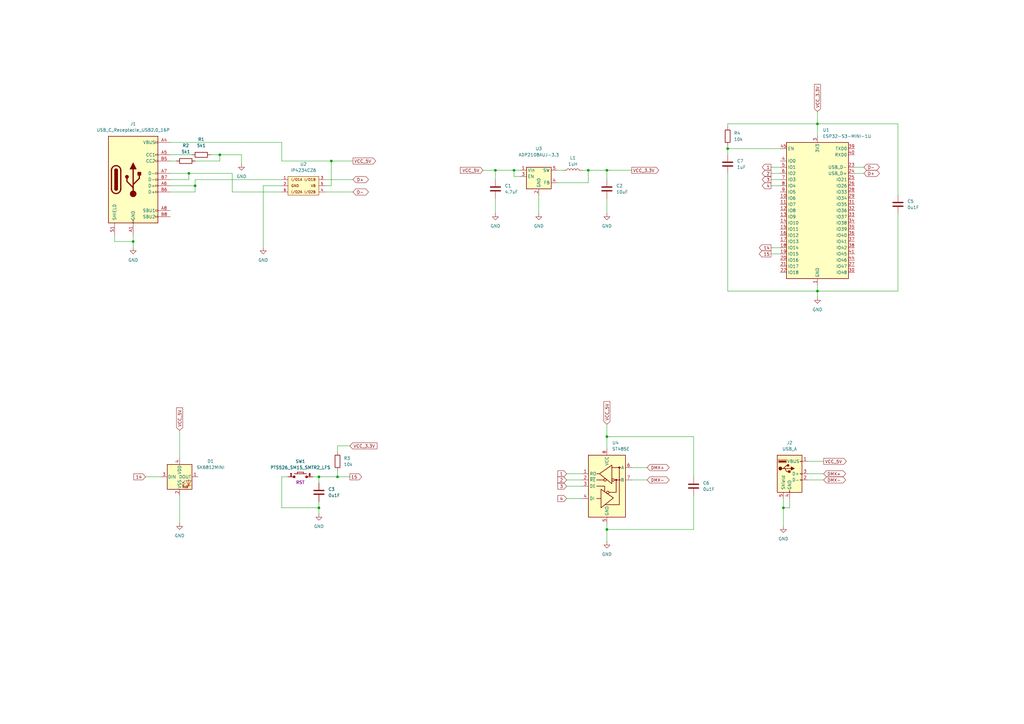
<source format=kicad_sch>
(kicad_sch (version 20250114) (generator "eeschema") (generator_version "9.0")
  (paper "A3")
  (title_block (title "TRANCE Devboard"))
  (lib_symbols
    (symbol "Connector:USB_A" (pin_names (offset 1.016))
      (property "Reference" "J" (at -5.08 11.43 0))
      (property "Value" "USB_A" (at -5.08 8.89 0))
      (symbol "USB_A_0_1"
        (rectangle (start -5.08 -7.62) (end 5.08 7.62) (stroke (width 0.254)) (fill (type background)))
        (circle (center -3.81 2.159) (radius 0.635) (stroke (width 0.254)) (fill (type outline)))
        (polyline (pts (xy -3.175 2.159) (xy -2.54 2.159) (xy -1.27 3.429) (xy -0.635 3.429)) (stroke (width 0.254)))
        (polyline (pts (xy -2.54 2.159) (xy -1.905 2.159) (xy -1.27 0.889) (xy 0 0.889)) (stroke (width 0.254)))
        (rectangle (start -1.524 4.826) (end -4.318 5.334) (fill (type outline)))
        (rectangle (start -1.27 4.572) (end -4.572 5.842))
        (circle (center -0.635 3.429) (radius 0.381) (stroke (width 0.254)) (fill (type outline)))
        (rectangle (start -0.127 -7.62) (end 0.127 -6.858))
        (rectangle (start 0.254 1.27) (end -0.508 0.508) (stroke (width 0.254)) (fill (type outline)))
        (polyline (pts (xy 0.635 2.794) (xy 0.635 1.524) (xy 1.905 2.159) (xy 0.635 2.794)) (stroke (width 0.254)) (fill (type outline)))
        (rectangle (start 5.08 4.953) (end 4.318 5.207))
        (rectangle (start 5.08 -0.127) (end 4.318 0.127))
        (rectangle (start 5.08 -2.667) (end 4.318 -2.413))
      )
      (symbol "USB_A_1_1"
        (polyline (pts (xy -1.905 2.159) (xy 0.635 2.159)) (stroke (width 0.254)))
        (pin passive line (at -2.54 -10.16 90) (length 2.54) (name "Shield") (number "5"))
        (pin power_in line (at 0 -10.16 90) (length 2.54) (name "GND") (number "4"))
        (pin power_in line (at 7.62 5.08 180) (length 2.54) (name "VBUS") (number "1"))
        (pin bidirectional line (at 7.62 0 180) (length 2.54) (name "D+") (number "3"))
        (pin bidirectional line (at 7.62 -2.54 180) (length 2.54) (name "D-") (number "2"))
      )
    )
    (symbol "Connector:USB_C_Receptacle_USB2.0_16P" (pin_names (offset 1.016))
      (property "Reference" "J" (at 0 22.225 0))
      (property "Value" "USB_C_Receptacle_USB2.0_16P" (at 0 19.685 0))
      (symbol "USB_C_Receptacle_USB2.0_16P_0_0"
        (rectangle (start -0.254 -17.78) (end 0.254 -16.764))
        (rectangle (start 10.16 15.494) (end 9.144 14.986))
        (rectangle (start 10.16 10.414) (end 9.144 9.906))
        (rectangle (start 10.16 7.874) (end 9.144 7.366))
        (rectangle (start 10.16 2.794) (end 9.144 2.286))
        (rectangle (start 10.16 0.254) (end 9.144 -0.254))
        (rectangle (start 10.16 -2.286) (end 9.144 -2.794))
        (rectangle (start 10.16 -4.826) (end 9.144 -5.334))
        (rectangle (start 10.16 -12.446) (end 9.144 -12.954))
        (rectangle (start 10.16 -14.986) (end 9.144 -15.494))
      )
      (symbol "USB_C_Receptacle_USB2.0_16P_0_1"
        (rectangle (start -10.16 17.78) (end 10.16 -17.78) (stroke (width 0.254)) (fill (type background)))
        (polyline (pts (xy -8.89 -3.81) (xy -8.89 3.81)) (stroke (width 0.508)))
        (rectangle (start -7.62 -3.81) (end -6.35 3.81) (stroke (width 0.254)) (fill (type outline)))
        (arc (start -7.62 3.81) (mid -6.985 4.4423) (end -6.35 3.81) (stroke (width 0.254)))
        (arc (start -7.62 3.81) (mid -6.985 4.4423) (end -6.35 3.81) (stroke (width 0.254)) (fill (type outline)))
        (arc (start -8.89 3.81) (mid -6.985 5.7067) (end -5.08 3.81) (stroke (width 0.508)))
        (arc (start -5.08 -3.81) (mid -6.985 -5.7067) (end -8.89 -3.81) (stroke (width 0.508)))
        (arc (start -6.35 -3.81) (mid -6.985 -4.4423) (end -7.62 -3.81) (stroke (width 0.254)))
        (arc (start -6.35 -3.81) (mid -6.985 -4.4423) (end -7.62 -3.81) (stroke (width 0.254)) (fill (type outline)))
        (polyline (pts (xy -5.08 3.81) (xy -5.08 -3.81)) (stroke (width 0.508)))
        (circle (center -2.54 1.143) (radius 0.635) (stroke (width 0.254)) (fill (type outline)))
        (polyline (pts (xy -1.27 4.318) (xy 0 6.858) (xy 1.27 4.318) (xy -1.27 4.318)) (stroke (width 0.254)) (fill (type outline)))
        (polyline (pts (xy 0 -2.032) (xy 2.54 0.508) (xy 2.54 1.778)) (stroke (width 0.508)))
        (polyline (pts (xy 0 -3.302) (xy -2.54 -0.762) (xy -2.54 0.508)) (stroke (width 0.508)))
        (polyline (pts (xy 0 -5.842) (xy 0 4.318)) (stroke (width 0.508)))
        (circle (center 0 -5.842) (radius 1.27) (fill (type outline)))
        (rectangle (start 1.905 1.778) (end 3.175 3.048) (stroke (width 0.254)) (fill (type outline)))
      )
      (symbol "USB_C_Receptacle_USB2.0_16P_1_1"
        (pin passive line (at -7.62 -22.86 90) (length 5.08) (name "SHIELD") (number "S1"))
        (pin passive line (at 0 -22.86 90) (length 5.08) (name "GND") (number "A1"))
        (pin passive line (at 0 -22.86 90) (length 5.08) (hide yes) (name "GND") (number "A12"))
        (pin passive line (at 0 -22.86 90) (length 5.08) (hide yes) (name "GND") (number "B1"))
        (pin passive line (at 0 -22.86 90) (length 5.08) (hide yes) (name "GND") (number "B12"))
        (pin passive line (at 15.24 15.24 180) (length 5.08) (name "VBUS") (number "A4"))
        (pin passive line (at 15.24 15.24 180) (length 5.08) (hide yes) (name "VBUS") (number "A9"))
        (pin passive line (at 15.24 15.24 180) (length 5.08) (hide yes) (name "VBUS") (number "B4"))
        (pin passive line (at 15.24 15.24 180) (length 5.08) (hide yes) (name "VBUS") (number "B9"))
        (pin bidirectional line (at 15.24 10.16 180) (length 5.08) (name "CC1") (number "A5"))
        (pin bidirectional line (at 15.24 7.62 180) (length 5.08) (name "CC2") (number "B5"))
        (pin bidirectional line (at 15.24 2.54 180) (length 5.08) (name "D-") (number "A7"))
        (pin bidirectional line (at 15.24 0 180) (length 5.08) (name "D-") (number "B7"))
        (pin bidirectional line (at 15.24 -2.54 180) (length 5.08) (name "D+") (number "A6"))
        (pin bidirectional line (at 15.24 -5.08 180) (length 5.08) (name "D+") (number "B6"))
        (pin bidirectional line (at 15.24 -12.7 180) (length 5.08) (name "SBU1") (number "A8"))
        (pin bidirectional line (at 15.24 -15.24 180) (length 5.08) (name "SBU2") (number "B8"))
      )
    )
    (symbol "Device:C" (pin_numbers (hide yes)) (pin_names (offset 0.254))
      (property "Reference" "C" (at 0.635 2.54 0))
      (property "Value" "C" (at 0.635 -2.54 0))
      (symbol "C_0_1"
        (polyline (pts (xy -2.032 0.762) (xy 2.032 0.762)) (stroke (width 0.508)))
        (polyline (pts (xy -2.032 -0.762) (xy 2.032 -0.762)) (stroke (width 0.508)))
      )
      (symbol "C_1_1"
        (pin passive line (at 0 3.81 270) (length 2.794) (name "~") (number "1"))
        (pin passive line (at 0 -3.81 90) (length 2.794) (name "~") (number "2"))
      )
    )
    (symbol "Device:L" (pin_numbers (hide yes)) (pin_names (offset 1.016) (hide yes))
      (property "Reference" "L" (at -1.27 0 90))
      (property "Value" "L" (at 1.905 0 90))
      (symbol "L_0_1"
        (arc (start 0 2.54) (mid 0.6323 1.905) (end 0 1.27))
        (arc (start 0 1.27) (mid 0.6323 0.635) (end 0 0))
        (arc (start 0 0) (mid 0.6323 -0.635) (end 0 -1.27))
        (arc (start 0 -1.27) (mid 0.6323 -1.905) (end 0 -2.54))
      )
      (symbol "L_1_1"
        (pin passive line (at 0 3.81 270) (length 1.27) (name "1") (number "1"))
        (pin passive line (at 0 -3.81 90) (length 1.27) (name "2") (number "2"))
      )
    )
    (symbol "Device:R" (pin_numbers (hide yes)) (pin_names (offset 0))
      (property "Reference" "R" (at 2.032 0 90))
      (property "Value" "R" (at 0 0 90))
      (symbol "R_0_1"
        (rectangle (start -1.016 -2.54) (end 1.016 2.54) (stroke (width 0.254)))
      )
      (symbol "R_1_1"
        (pin passive line (at 0 3.81 270) (length 1.27) (name "~") (number "1"))
        (pin passive line (at 0 -3.81 90) (length 1.27) (name "~") (number "2"))
      )
    )
    (symbol "IP4234CZ6:IP4234CZ6" (pin_names (offset 1.016))
      (property "Reference" "U" (at 0 5.08 0))
      (property "Value" "IP4234CZ6" (at 0 2.54 0))
      (symbol "IP4234CZ6_0_0"
        (rectangle (start 0 -6.35) (end 12.7 1.27) (stroke (width 0.1524)) (fill (type background)))
        (text "I/O1A" (at 1.27 0 0) (effects (font (size 1.016 1.016)) (justify left)))
        (text "GND" (at 1.27 -2.54 0) (effects (font (size 1.016 1.016)) (justify left)))
        (text "I/O2A" (at 1.27 -5.08 0) (effects (font (size 1.016 1.016)) (justify left)))
        (text "I/O1B" (at 11.43 0 0) (effects (font (size 1.016 1.016)) (justify right)))
        (text "VB" (at 11.43 -2.54 0) (effects (font (size 1.016 1.016)) (justify right)))
        (text "I/O2B" (at 11.43 -5.08 0) (effects (font (size 1.016 1.016)) (justify right)))
        (pin bidirectional line (at -2.54 0 0) (length 2.54) (name "~") (number "1"))
        (pin bidirectional line (at -2.54 -2.54 0) (length 2.54) (name "~") (number "2"))
        (pin bidirectional line (at -2.54 -5.08 0) (length 2.54) (name "~") (number "6"))
        (pin bidirectional line (at 15.24 0 180) (length 2.54) (name "~") (number "3"))
        (pin bidirectional line (at 15.24 -2.54 180) (length 2.54) (name "~") (number "5"))
        (pin bidirectional line (at 15.24 -5.08 180) (length 2.54) (name "~") (number "4"))
      )
    )
    (symbol "Interface_UART:ST485E"
      (property "Reference" "U" (at -6.985 13.97 0))
      (property "Value" "ST485E" (at 2.54 13.97 0))
      (symbol "ST485E_0_1"
        (rectangle (start -7.62 12.7) (end 7.62 -12.7) (stroke (width 0.254)) (fill (type background)))
        (polyline (pts (xy -4.191 2.54) (xy -1.27 2.54)) (stroke (width 0.254)))
        (polyline (pts (xy -4.191 0) (xy -0.889 0) (xy -0.889 -2.286)) (stroke (width 0.254)))
        (polyline (pts (xy -3.175 5.08) (xy -4.191 5.08) (xy -4.064 5.08)) (stroke (width 0.254)))
        (polyline (pts (xy -2.54 -5.08) (xy -4.191 -5.08)) (stroke (width 0.254)))
        (polyline (pts (xy -2.413 -5.08) (xy -2.413 -1.27) (xy 2.667 -4.826) (xy -2.413 -8.89) (xy -2.413 -5.08)) (stroke (width 0.254)))
        (polyline (pts (xy -0.635 -7.62) (xy 5.08 -7.62)) (stroke (width 0.254)))
        (circle (center 0.381 -2.54) (radius 0.508) (stroke (width 0.254)))
        (polyline (pts (xy 0.889 -2.54) (xy 3.81 -2.54)) (stroke (width 0.254)))
        (polyline (pts (xy 2.032 7.62) (xy 5.715 7.62)) (stroke (width 0.254)))
        (polyline (pts (xy 3.048 2.54) (xy 5.715 2.54)) (stroke (width 0.254)))
        (circle (center 3.81 2.54) (radius 0.2794) (stroke (width 0.254)) (fill (type outline)))
        (polyline (pts (xy 3.81 -2.54) (xy 3.81 2.54)) (stroke (width 0.254)))
        (polyline (pts (xy 5.08 -7.62) (xy 5.08 7.62)) (stroke (width 0.254)))
      )
      (symbol "ST485E_1_1"
        (circle (center -0.762 2.54) (radius 0.508) (stroke (width 0.254)))
        (polyline (pts (xy 2.032 4.826) (xy 2.032 8.636) (xy -3.048 5.08) (xy 2.032 1.016) (xy 2.032 4.826)) (stroke (width 0.254)))
        (circle (center 2.54 2.54) (radius 0.508) (stroke (width 0.254)))
        (circle (center 5.08 7.62) (radius 0.2794) (stroke (width 0.254)) (fill (type outline)))
        (pin output line (at -10.16 5.08 0) (length 2.54) (name "RO") (number "1"))
        (pin input line (at -10.16 2.54 0) (length 2.54) (name "~{RE}") (number "2"))
        (pin input line (at -10.16 0 0) (length 2.54) (name "DE") (number "3"))
        (pin input line (at -10.16 -5.08 0) (length 2.54) (name "DI") (number "4"))
        (pin power_in line (at 0 15.24 270) (length 2.54) (name "VCC") (number "8"))
        (pin power_in line (at 0 -15.24 90) (length 2.54) (name "GND") (number "5"))
        (pin bidirectional line (at 10.16 7.62 180) (length 2.54) (name "A") (number "6"))
        (pin bidirectional line (at 10.16 2.54 180) (length 2.54) (name "B") (number "7"))
      )
    )
    (symbol "LED:SK6812MINI" (pin_names (offset 0.254))
      (property "Reference" "D" (at 5.08 5.715 0))
      (property "Value" "SK6812MINI" (at 1.27 -5.715 0))
      (symbol "SK6812MINI_0_0"
        (text "RGB" (at 2.286 -4.191 0) (effects (font (size 0.762 0.762))))
      )
      (symbol "SK6812MINI_0_1"
        (polyline (pts (xy 1.27 -2.54) (xy 1.778 -2.54)))
        (polyline (pts (xy 1.27 -3.556) (xy 1.778 -3.556)))
        (polyline (pts (xy 2.286 -1.524) (xy 1.27 -2.54) (xy 1.27 -2.032)))
        (polyline (pts (xy 2.286 -2.54) (xy 1.27 -3.556) (xy 1.27 -3.048)))
        (polyline (pts (xy 3.683 -1.016) (xy 3.683 -3.556) (xy 3.683 -4.064)))
        (polyline (pts (xy 4.699 -1.524) (xy 2.667 -1.524) (xy 3.683 -3.556) (xy 4.699 -1.524)))
        (polyline (pts (xy 4.699 -3.556) (xy 2.667 -3.556)))
        (rectangle (start 5.08 5.08) (end -5.08 -5.08) (stroke (width 0.254)) (fill (type background)))
      )
      (symbol "SK6812MINI_1_1"
        (pin input line (at -7.62 0 0) (length 2.54) (name "DIN") (number "3"))
        (pin power_in line (at 0 7.62 270) (length 2.54) (name "VDD") (number "4"))
        (pin power_in line (at 0 -7.62 90) (length 2.54) (name "VSS") (number "2"))
        (pin output line (at 7.62 0 180) (length 2.54) (name "DOUT") (number "1"))
      )
    )
    (symbol "PTS526_SM15_SMTR2_LFS:PTS526_SM15_SMTR2_LFS" (pin_names (offset 1.016))
      (property "Reference" "SW" (at -2.54 2.54 0))
      (property "Value" "PTS526_SM15_SMTR2_LFS" (at -2.54 -2.54 0))
      (symbol "PTS526_SM15_SMTR2_LFS_0_0"
        (polyline (pts (xy -2.54 1.27) (xy -1.27 1.27)) (stroke (width 0.254)))
        (circle (center -2.54 0) (radius 0.127) (stroke (width 0.4064)))
        (polyline (pts (xy -1.27 1.905) (xy -1.27 1.27)) (stroke (width 0.254)))
        (polyline (pts (xy -1.27 1.905) (xy 1.27 1.905)) (stroke (width 0.254)))
        (polyline (pts (xy -1.27 1.27) (xy 1.27 1.27)) (stroke (width 0.254)))
        (polyline (pts (xy 1.27 1.905) (xy 1.27 1.27)) (stroke (width 0.254)))
        (polyline (pts (xy 1.27 1.27) (xy 2.54 1.27)) (stroke (width 0.254)))
        (circle (center 2.54 0) (radius 0.127) (stroke (width 0.4064)))
        (pin passive line (at -5.08 0 0) (length 2.54) (name "~") (number "1"))
        (pin passive line (at -5.08 0 0) (length 2.54) (name "~") (number "2"))
        (pin passive line (at 5.08 0 180) (length 2.54) (name "~") (number "3"))
        (pin passive line (at 5.08 0 180) (length 2.54) (name "~") (number "4"))
      )
    )
    (symbol "RF_Module:ESP32-S3-MINI-1U"
      (property "Reference" "U" (at -11.43 29.21 0))
      (property "Value" "ESP32-S3-MINI-1U" (at 12.7 29.21 0))
      (symbol "ESP32-S3-MINI-1U_0_1"
        (rectangle (start -12.7 27.94) (end 12.7 -27.94) (stroke (width 0.254)) (fill (type background)))
      )
      (symbol "ESP32-S3-MINI-1U_1_1"
        (pin input line (at -15.24 25.4 0) (length 2.54) (name "EN") (number "45"))
        (pin bidirectional line (at -15.24 20.32 0) (length 2.54) (name "IO0") (number "4"))
        (pin bidirectional line (at -15.24 17.78 0) (length 2.54) (name "IO1") (number "5"))
        (pin bidirectional line (at -15.24 15.24 0) (length 2.54) (name "IO2") (number "6"))
        (pin bidirectional line (at -15.24 12.7 0) (length 2.54) (name "IO3") (number "7"))
        (pin bidirectional line (at -15.24 10.16 0) (length 2.54) (name "IO4") (number "8"))
        (pin bidirectional line (at -15.24 7.62 0) (length 2.54) (name "IO5") (number "9"))
        (pin bidirectional line (at -15.24 5.08 0) (length 2.54) (name "IO6") (number "10"))
        (pin bidirectional line (at -15.24 2.54 0) (length 2.54) (name "IO7") (number "11"))
        (pin bidirectional line (at -15.24 0 0) (length 2.54) (name "IO8") (number "12"))
        (pin bidirectional line (at -15.24 -2.54 0) (length 2.54) (name "IO9") (number "13"))
        (pin bidirectional line (at -15.24 -5.08 0) (length 2.54) (name "IO10") (number "14"))
        (pin bidirectional line (at -15.24 -7.62 0) (length 2.54) (name "IO11") (number "15"))
        (pin bidirectional line (at -15.24 -10.16 0) (length 2.54) (name "IO12") (number "16"))
        (pin bidirectional line (at -15.24 -12.7 0) (length 2.54) (name "IO13") (number "17"))
        (pin bidirectional line (at -15.24 -15.24 0) (length 2.54) (name "IO14") (number "18"))
        (pin bidirectional line (at -15.24 -17.78 0) (length 2.54) (name "IO15") (number "19"))
        (pin bidirectional line (at -15.24 -20.32 0) (length 2.54) (name "IO16") (number "20"))
        (pin bidirectional line (at -15.24 -22.86 0) (length 2.54) (name "IO17") (number "21"))
        (pin bidirectional line (at -15.24 -25.4 0) (length 2.54) (name "IO18") (number "22"))
        (pin power_in line (at 0 30.48 270) (length 2.54) (name "3V3") (number "3"))
        (pin power_in line (at 0 -30.48 90) (length 2.54) (name "GND") (number "1"))
        (pin passive line (at 0 -30.48 90) (length 2.54) (hide yes) (name "GND") (number "2"))
        (pin passive line (at 0 -30.48 90) (length 2.54) (hide yes) (name "GND") (number "42"))
        (pin passive line (at 0 -30.48 90) (length 2.54) (hide yes) (name "GND") (number "43"))
        (pin passive line (at 0 -30.48 90) (length 2.54) (hide yes) (name "GND") (number "46"))
        (pin passive line (at 0 -30.48 90) (length 2.54) (hide yes) (name "GND") (number "47"))
        (pin passive line (at 0 -30.48 90) (length 2.54) (hide yes) (name "GND") (number "48"))
        (pin passive line (at 0 -30.48 90) (length 2.54) (hide yes) (name "GND") (number "49"))
        (pin passive line (at 0 -30.48 90) (length 2.54) (hide yes) (name "GND") (number "50"))
        (pin passive line (at 0 -30.48 90) (length 2.54) (hide yes) (name "GND") (number "51"))
        (pin passive line (at 0 -30.48 90) (length 2.54) (hide yes) (name "GND") (number "52"))
        (pin passive line (at 0 -30.48 90) (length 2.54) (hide yes) (name "GND") (number "53"))
        (pin passive line (at 0 -30.48 90) (length 2.54) (hide yes) (name "GND") (number "54"))
        (pin passive line (at 0 -30.48 90) (length 2.54) (hide yes) (name "GND") (number "55"))
        (pin passive line (at 0 -30.48 90) (length 2.54) (hide yes) (name "GND") (number "56"))
        (pin passive line (at 0 -30.48 90) (length 2.54) (hide yes) (name "GND") (number "57"))
        (pin passive line (at 0 -30.48 90) (length 2.54) (hide yes) (name "GND") (number "58"))
        (pin passive line (at 0 -30.48 90) (length 2.54) (hide yes) (name "GND") (number "59"))
        (pin passive line (at 0 -30.48 90) (length 2.54) (hide yes) (name "GND") (number "60"))
        (pin passive line (at 0 -30.48 90) (length 2.54) (hide yes) (name "GND") (number "61"))
        (pin passive line (at 0 -30.48 90) (length 2.54) (hide yes) (name "GND") (number "62"))
        (pin passive line (at 0 -30.48 90) (length 2.54) (hide yes) (name "GND") (number "63"))
        (pin passive line (at 0 -30.48 90) (length 2.54) (hide yes) (name "GND") (number "64"))
        (pin passive line (at 0 -30.48 90) (length 2.54) (hide yes) (name "GND") (number "65"))
        (pin bidirectional line (at 15.24 25.4 180) (length 2.54) (name "TXD0") (number "39"))
        (pin bidirectional line (at 15.24 22.86 180) (length 2.54) (name "RXD0") (number "40"))
        (pin bidirectional line (at 15.24 17.78 180) (length 2.54) (name "USB_D-") (number "23"))
        (pin bidirectional line (at 15.24 15.24 180) (length 2.54) (name "USB_D+") (number "24"))
        (pin bidirectional line (at 15.24 12.7 180) (length 2.54) (name "IO21") (number "25"))
        (pin bidirectional line (at 15.24 10.16 180) (length 2.54) (name "IO26") (number "26"))
        (pin bidirectional line (at 15.24 7.62 180) (length 2.54) (name "IO33") (number "28"))
        (pin bidirectional line (at 15.24 5.08 180) (length 2.54) (name "IO34") (number "29"))
        (pin bidirectional line (at 15.24 2.54 180) (length 2.54) (name "IO35") (number "31"))
        (pin bidirectional line (at 15.24 0 180) (length 2.54) (name "IO36") (number "32"))
        (pin bidirectional line (at 15.24 -2.54 180) (length 2.54) (name "IO37") (number "33"))
        (pin bidirectional line (at 15.24 -5.08 180) (length 2.54) (name "IO38") (number "34"))
        (pin bidirectional line (at 15.24 -7.62 180) (length 2.54) (name "IO39") (number "35"))
        (pin bidirectional line (at 15.24 -10.16 180) (length 2.54) (name "IO40") (number "36"))
        (pin bidirectional line (at 15.24 -12.7 180) (length 2.54) (name "IO41") (number "37"))
        (pin bidirectional line (at 15.24 -15.24 180) (length 2.54) (name "IO42") (number "38"))
        (pin bidirectional line (at 15.24 -17.78 180) (length 2.54) (name "IO45") (number "41"))
        (pin bidirectional line (at 15.24 -20.32 180) (length 2.54) (name "IO46") (number "44"))
        (pin bidirectional line (at 15.24 -22.86 180) (length 2.54) (name "IO47") (number "27"))
        (pin bidirectional line (at 15.24 -25.4 180) (length 2.54) (name "IO48") (number "30"))
      )
    )
    (symbol "Regulator_Switching:ADP2108AUJ-3.3"
      (property "Reference" "U" (at -5.08 5.08 0))
      (property "Value" "ADP2108AUJ-3.3" (at 0 5.08 0))
      (symbol "ADP2108AUJ-3.3_0_1"
        (rectangle (start -5.08 3.81) (end 5.08 -5.08) (stroke (width 0.254)) (fill (type background)))
      )
      (symbol "ADP2108AUJ-3.3_1_1"
        (pin power_in line (at -7.62 2.54 0) (length 2.54) (name "Vin") (number "1"))
        (pin input line (at -7.62 0 0) (length 2.54) (name "EN") (number "3"))
        (pin power_in line (at 0 -7.62 90) (length 2.54) (name "GND") (number "2"))
        (pin input line (at 7.62 2.54 180) (length 2.54) (name "SW") (number "5"))
        (pin input line (at 7.62 -2.54 180) (length 2.54) (name "FB") (number "4"))
      )
    )
    (symbol "power:GND" (power) (pin_numbers (hide yes)) (pin_names (offset 0) (hide yes))
      (property "Value" "GND" (at 0 -3.81 0))
      (symbol "GND_0_1"
        (polyline (pts (xy 0 0) (xy 0 -1.27) (xy 1.27 -1.27) (xy 0 -2.54) (xy -1.27 -1.27) (xy 0 -1.27)))
      )
      (symbol "GND_1_1"
        (pin power_in line (at 0 0 270) (length 0) (name "~") (number "1"))
      )
    )
  )
  (junction (at 203.2 69.85))
  (junction (at 335.28 50.8))
  (junction (at 90.17 63.5))
  (junction (at 321.31 208.28))
  (junction (at 298.45 60.96))
  (junction (at 135.89 66.04))
  (junction (at 77.47 71.12))
  (junction (at 210.82 69.85))
  (junction (at 248.92 69.85))
  (junction (at 248.92 179.07))
  (junction (at 130.81 195.58))
  (junction (at 248.92 217.17))
  (junction (at 130.81 208.28))
  (junction (at 335.28 119.38))
  (junction (at 138.43 195.58))
  (junction (at 54.61 99.06))
  (junction (at 241.3 69.85))
  (junction (at 80.01 76.2))
  (wire (pts (xy 133.35 76.2) (xy 135.89 76.2)))
  (wire (pts (xy 69.85 66.04) (xy 72.39 66.04)))
  (wire (pts (xy 95.25 71.12) (xy 95.25 78.74)))
  (wire (pts (xy 331.47 189.23) (xy 337.82 189.23)))
  (wire (pts (xy 80.01 78.74) (xy 69.85 78.74)))
  (wire (pts (xy 316.23 71.12) (xy 320.04 71.12)))
  (wire (pts (xy 135.89 76.2) (xy 135.89 66.04)))
  (wire (pts (xy 323.85 204.47) (xy 323.85 208.28)))
  (wire (pts (xy 248.92 69.85) (xy 259.08 69.85)))
  (wire (pts (xy 115.57 66.04) (xy 115.57 58.42)))
  (wire (pts (xy 248.92 81.28) (xy 248.92 87.63)))
  (wire (pts (xy 135.89 66.04) (xy 144.78 66.04)))
  (wire (pts (xy 298.45 50.8) (xy 298.45 52.07)))
  (wire (pts (xy 284.48 217.17) (xy 248.92 217.17)))
  (wire (pts (xy 69.85 63.5) (xy 78.74 63.5)))
  (wire (pts (xy 331.47 196.85) (xy 337.82 196.85)))
  (wire (pts (xy 210.82 69.85) (xy 210.82 72.39)))
  (wire (pts (xy 143.51 182.88) (xy 138.43 182.88)))
  (wire (pts (xy 238.76 69.85) (xy 241.3 69.85)))
  (wire (pts (xy 80.01 73.66) (xy 115.57 73.66)))
  (wire (pts (xy 368.3 119.38) (xy 335.28 119.38)))
  (wire (pts (xy 130.81 208.28) (xy 130.81 210.82)))
  (wire (pts (xy 220.98 80.01) (xy 220.98 87.63)))
  (wire (pts (xy 138.43 193.04) (xy 138.43 195.58)))
  (wire (pts (xy 213.36 72.39) (xy 210.82 72.39)))
  (wire (pts (xy 248.92 217.17) (xy 248.92 222.25)))
  (wire (pts (xy 321.31 208.28) (xy 321.31 215.9)))
  (wire (pts (xy 210.82 69.85) (xy 213.36 69.85)))
  (wire (pts (xy 99.06 67.31) (xy 99.06 63.5)))
  (wire (pts (xy 115.57 76.2) (xy 107.95 76.2)))
  (wire (pts (xy 69.85 76.2) (xy 80.01 76.2)))
  (wire (pts (xy 368.3 87.63) (xy 368.3 119.38)))
  (wire (pts (xy 232.41 204.47) (xy 238.76 204.47)))
  (wire (pts (xy 118.11 195.58) (xy 115.57 195.58)))
  (wire (pts (xy 350.52 71.12) (xy 354.33 71.12)))
  (wire (pts (xy 335.28 119.38) (xy 335.28 121.92)))
  (wire (pts (xy 335.28 50.8) (xy 335.28 55.88)))
  (wire (pts (xy 130.81 198.12) (xy 130.81 195.58)))
  (wire (pts (xy 115.57 195.58) (xy 115.57 208.28)))
  (wire (pts (xy 298.45 60.96) (xy 298.45 59.69)))
  (wire (pts (xy 95.25 78.74) (xy 115.57 78.74)))
  (wire (pts (xy 320.04 60.96) (xy 298.45 60.96)))
  (wire (pts (xy 80.01 66.04) (xy 90.17 66.04)))
  (wire (pts (xy 107.95 76.2) (xy 107.95 101.6)))
  (wire (pts (xy 73.66 176.53) (xy 73.66 187.96)))
  (wire (pts (xy 90.17 66.04) (xy 90.17 63.5)))
  (wire (pts (xy 298.45 60.96) (xy 298.45 63.5)))
  (wire (pts (xy 86.36 63.5) (xy 90.17 63.5)))
  (wire (pts (xy 323.85 208.28) (xy 321.31 208.28)))
  (wire (pts (xy 248.92 214.63) (xy 248.92 217.17)))
  (wire (pts (xy 203.2 69.85) (xy 210.82 69.85)))
  (wire (pts (xy 133.35 78.74) (xy 144.78 78.74)))
  (wire (pts (xy 198.12 69.85) (xy 203.2 69.85)))
  (wire (pts (xy 77.47 71.12) (xy 69.85 71.12)))
  (wire (pts (xy 241.3 69.85) (xy 248.92 69.85)))
  (wire (pts (xy 59.69 195.58) (xy 66.04 195.58)))
  (wire (pts (xy 54.61 96.52) (xy 54.61 99.06)))
  (wire (pts (xy 284.48 179.07) (xy 248.92 179.07)))
  (wire (pts (xy 368.3 80.01) (xy 368.3 50.8)))
  (wire (pts (xy 232.41 194.31) (xy 238.76 194.31)))
  (wire (pts (xy 248.92 179.07) (xy 248.92 184.15)))
  (wire (pts (xy 259.08 191.77) (xy 265.43 191.77)))
  (wire (pts (xy 203.2 81.28) (xy 203.2 87.63)))
  (wire (pts (xy 316.23 68.58) (xy 320.04 68.58)))
  (wire (pts (xy 316.23 104.14) (xy 320.04 104.14)))
  (wire (pts (xy 135.89 66.04) (xy 115.57 66.04)))
  (wire (pts (xy 77.47 71.12) (xy 77.47 73.66)))
  (wire (pts (xy 350.52 68.58) (xy 354.33 68.58)))
  (wire (pts (xy 228.6 74.93) (xy 241.3 74.93)))
  (wire (pts (xy 335.28 116.84) (xy 335.28 119.38)))
  (wire (pts (xy 248.92 173.99) (xy 248.92 179.07)))
  (wire (pts (xy 321.31 204.47) (xy 321.31 208.28)))
  (wire (pts (xy 284.48 203.2) (xy 284.48 217.17)))
  (wire (pts (xy 228.6 69.85) (xy 231.14 69.85)))
  (wire (pts (xy 138.43 195.58) (xy 143.51 195.58)))
  (wire (pts (xy 46.99 99.06) (xy 54.61 99.06)))
  (wire (pts (xy 80.01 73.66) (xy 80.01 76.2)))
  (wire (pts (xy 99.06 63.5) (xy 90.17 63.5)))
  (wire (pts (xy 232.41 199.39) (xy 238.76 199.39)))
  (wire (pts (xy 241.3 69.85) (xy 241.3 74.93)))
  (wire (pts (xy 203.2 69.85) (xy 203.2 73.66)))
  (wire (pts (xy 46.99 96.52) (xy 46.99 99.06)))
  (wire (pts (xy 133.35 73.66) (xy 144.78 73.66)))
  (wire (pts (xy 316.23 76.2) (xy 320.04 76.2)))
  (wire (pts (xy 316.23 101.6) (xy 320.04 101.6)))
  (wire (pts (xy 298.45 119.38) (xy 335.28 119.38)))
  (wire (pts (xy 259.08 196.85) (xy 265.43 196.85)))
  (wire (pts (xy 316.23 73.66) (xy 320.04 73.66)))
  (wire (pts (xy 298.45 50.8) (xy 335.28 50.8)))
  (wire (pts (xy 115.57 208.28) (xy 130.81 208.28)))
  (wire (pts (xy 80.01 76.2) (xy 80.01 78.74)))
  (wire (pts (xy 335.28 45.72) (xy 335.28 50.8)))
  (wire (pts (xy 130.81 195.58) (xy 138.43 195.58)))
  (wire (pts (xy 130.81 205.74) (xy 130.81 208.28)))
  (wire (pts (xy 73.66 203.2) (xy 73.66 214.63)))
  (wire (pts (xy 77.47 71.12) (xy 95.25 71.12)))
  (wire (pts (xy 54.61 99.06) (xy 54.61 101.6)))
  (wire (pts (xy 248.92 69.85) (xy 248.92 73.66)))
  (wire (pts (xy 138.43 182.88) (xy 138.43 185.42)))
  (wire (pts (xy 130.81 195.58) (xy 128.27 195.58)))
  (wire (pts (xy 298.45 71.12) (xy 298.45 119.38)))
  (wire (pts (xy 368.3 50.8) (xy 335.28 50.8)))
  (wire (pts (xy 69.85 73.66) (xy 77.47 73.66)))
  (wire (pts (xy 331.47 194.31) (xy 337.82 194.31)))
  (wire (pts (xy 284.48 195.58) (xy 284.48 179.07)))
  (wire (pts (xy 232.41 196.85) (xy 238.76 196.85)))
  (wire (pts (xy 115.57 58.42) (xy 69.85 58.42)))
  (global_label "VCC_5V" (shape input) (at 198.12 69.85 180) (property "Intersheetrefs" "${INTERSHEET_REFS}" (effects (hide yes))))
  (global_label "VCC_3.3V" (shape input) (at 143.51 182.88 0) (property "Intersheetrefs" "${INTERSHEET_REFS}" (effects (hide yes))))
  (global_label "4" (shape output) (at 316.23 76.2 180) (property "Intersheetrefs" "${INTERSHEET_REFS}" (effects (hide yes))))
  (global_label "VCC_5V" (shape output) (at 144.78 66.04 0) (property "Intersheetrefs" "${INTERSHEET_REFS}" (effects (hide yes))))
  (global_label "4" (shape input) (at 232.41 204.47 180) (property "Intersheetrefs" "${INTERSHEET_REFS}" (effects (hide yes))))
  (global_label "VCC_5V" (shape input) (at 248.92 173.99 90) (property "Intersheetrefs" "${INTERSHEET_REFS}" (effects (hide yes))))
  (global_label "1" (shape input) (at 232.41 194.31 180) (property "Intersheetrefs" "${INTERSHEET_REFS}" (effects (hide yes))))
  (global_label "VCC_5V" (shape input) (at 73.66 176.53 90) (property "Intersheetrefs" "${INTERSHEET_REFS}" (effects (hide yes))))
  (global_label "2" (shape output) (at 316.23 71.12 180) (property "Intersheetrefs" "${INTERSHEET_REFS}" (effects (hide yes))))
  (global_label "15" (shape output) (at 143.51 195.58 0) (property "Intersheetrefs" "${INTERSHEET_REFS}" (effects (hide yes))))
  (global_label "14" (shape output) (at 316.23 101.6 180) (property "Intersheetrefs" "${INTERSHEET_REFS}" (effects (hide yes))))
  (global_label "D-" (shape bidirectional) (at 144.78 78.74 0) (property "Intersheetrefs" "${INTERSHEET_REFS}" (effects (hide yes))))
  (global_label "DMX-" (shape bidirectional) (at 265.43 196.85 0) (property "Intersheetrefs" "${INTERSHEET_REFS}" (effects (hide yes))))
  (global_label "DMX+" (shape bidirectional) (at 337.82 194.31 0) (property "Intersheetrefs" "${INTERSHEET_REFS}" (effects (hide yes))))
  (global_label "VCC_5V" (shape output) (at 337.82 189.23 0) (property "Intersheetrefs" "${INTERSHEET_REFS}" (effects (hide yes))))
  (global_label "D+" (shape bidirectional) (at 354.33 71.12 0) (property "Intersheetrefs" "${INTERSHEET_REFS}" (effects (hide yes))))
  (global_label "2" (shape input) (at 232.41 196.85 180) (property "Intersheetrefs" "${INTERSHEET_REFS}" (effects (hide yes))))
  (global_label "DMX+" (shape bidirectional) (at 265.43 191.77 0) (property "Intersheetrefs" "${INTERSHEET_REFS}" (effects (hide yes))))
  (global_label "15" (shape output) (at 316.23 104.14 180) (property "Intersheetrefs" "${INTERSHEET_REFS}" (effects (hide yes))))
  (global_label "DMX-" (shape bidirectional) (at 337.82 196.85 0) (property "Intersheetrefs" "${INTERSHEET_REFS}" (effects (hide yes))))
  (global_label "3" (shape input) (at 232.41 199.39 180) (property "Intersheetrefs" "${INTERSHEET_REFS}" (effects (hide yes))))
  (global_label "D+" (shape bidirectional) (at 144.78 73.66 0) (property "Intersheetrefs" "${INTERSHEET_REFS}" (effects (hide yes))))
  (global_label "14" (shape input) (at 59.69 195.58 180) (property "Intersheetrefs" "${INTERSHEET_REFS}" (effects (hide yes))))
  (global_label "VCC_3.3V" (shape input) (at 335.28 45.72 90) (property "Intersheetrefs" "${INTERSHEET_REFS}" (effects (hide yes))))
  (global_label "1" (shape output) (at 316.23 68.58 180) (property "Intersheetrefs" "${INTERSHEET_REFS}" (effects (hide yes))))
  (global_label "VCC_3.3V" (shape output) (at 259.08 69.85 0) (property "Intersheetrefs" "${INTERSHEET_REFS}" (effects (hide yes))))
  (global_label "3" (shape output) (at 316.23 73.66 180) (property "Intersheetrefs" "${INTERSHEET_REFS}" (effects (hide yes))))
  (global_label "D-" (shape bidirectional) (at 354.33 68.58 0) (property "Intersheetrefs" "${INTERSHEET_REFS}" (effects (hide yes))))
  (symbol (lib_id "Device:R") (at 298.45 55.88 0) (unit 1)
    (property "Reference" "R4" (at 300.99 54.6099 0) (effects (justify left)))
    (property "Value" "10k" (at 300.99 57.1499 0) (effects (justify left)))
    (property "Footprint" "Resistor_SMD:R_0603_1608Metric_Pad0.98x0.95mm_HandSolder" (effects (hide yes)))
    (property "Description" "Resistor" (effects (hide yes)))
    (property "MOUSER_PART_NUMBER" "71-CRCW0402-10K-E3" (effects (hide yes)))
  )
  (symbol (lib_id "Interface_UART:ST485E") (at 248.92 199.39 0) (unit 1)
    (property "Reference" "U4" (at 251.0633 181.61 0) (effects (justify left)))
    (property "Value" "ST485E" (at 251.0633 184.15 0) (effects (justify left)))
    (property "Footprint" "Package_SO:SOIC-8_3.9x4.9mm_P1.27mm" (effects (hide yes)))
    (property "Datasheet" "http://www.st.com/resource/en/datasheet/st485eb.pdf" (effects (hide yes)))
    (property "Description" "Half duplex RS-485/RS-422, 5 Mbps, ±15kV ESD, 5V supply, 256 bus load, SOIC-8" (effects (hide yes)))
  )
  (symbol (lib_id "IP4234CZ6:IP4234CZ6") (at 118.11 73.66 0) (unit 1)
    (property "Reference" "U2" (at 124.46 67.31 0))
    (property "Value" "IP4234CZ6" (at 124.46 69.85 0))
    (property "Footprint" "footprints:IP4234CZ6_SOT-457-6" (effects (hide yes)))
    (property "MF" "NXP Semiconductors" (effects (hide yes)))
    (property "Description_1" "ESD Suppressors / TVS Diodes Single USB 2.0 ESD Protection 6-Pin" (effects (hide yes)))
    (property "Package" "SOT-457 Nexperia USA" (effects (hide yes)))
    (property "Price" "None" (effects (hide yes)))
    (property "SnapEDA_Link" "https://www.snapeda.com/parts/IP4234CZ6/NXP+Semiconductors/view-part/?ref=snap" (effects (hide yes)))
    (property "MP" "IP4234CZ6" (effects (hide yes)))
    (property "Availability" "In Stock" (effects (hide yes)))
    (property "Check_prices" "https://www.snapeda.com/parts/IP4234CZ6/NXP+Semiconductors/view-part/?ref=eda" (effects (hide yes)))
    (property "MOUSER_PART_NUMBER" "771-IP4234CZ6" (effects (hide yes)))
  )
  (symbol (lib_id "Device:R") (at 82.55 63.5 90) (unit 1)
    (property "Reference" "R1" (at 82.55 57.15 90))
    (property "Value" "5k1" (at 82.55 59.69 90))
    (property "Footprint" "Resistor_SMD:R_0603_1608Metric_Pad0.98x0.95mm_HandSolder" (effects (hide yes)))
    (property "Description" "Resistor" (effects (hide yes)))
    (property "MOUSER_PART_NUMBER" "71-CRCW0402-5.1K-E3" (effects (hide yes)))
  )
  (symbol (lib_id "power:GND") (at 220.98 87.63 0) (unit 1)
    (property "Reference" "#PWR04" (effects (hide yes)))
    (property "Value" "GND" (at 220.98 92.71 0))
    (property "Description" "Power symbol creates a global label with name \"GND\" , ground" (effects (hide yes)))
  )
  (symbol (lib_id "power:GND") (at 248.92 87.63 0) (unit 1)
    (property "Reference" "#PWR05" (effects (hide yes)))
    (property "Value" "GND" (at 248.92 92.71 0))
    (property "Description" "Power symbol creates a global label with name \"GND\" , ground" (effects (hide yes)))
  )
  (symbol (lib_id "power:GND") (at 73.66 214.63 0) (unit 1)
    (property "Reference" "#PWR012" (effects (hide yes)))
    (property "Value" "GND" (at 73.66 219.71 0))
    (property "Description" "Power symbol creates a global label with name \"GND\" , ground" (effects (hide yes)))
  )
  (symbol (lib_id "Device:C") (at 298.45 67.31 0) (unit 1)
    (property "Reference" "C7" (at 302.26 66.0399 0) (effects (justify left)))
    (property "Value" "1uF" (at 302.26 68.5799 0) (effects (justify left)))
    (property "Footprint" "Capacitor_SMD:C_0603_1608Metric_Pad1.08x0.95mm_HandSolder" (effects (hide yes)))
    (property "Description" "Unpolarized capacitor" (effects (hide yes)))
    (property "MOUSER_PART_NUMBER" "187-CL05F104ZO5NNND" (effects (hide yes)))
  )
  (symbol (lib_id "Device:L") (at 234.95 69.85 90) (unit 1)
    (property "Reference" "L1" (at 234.95 64.77 90))
    (property "Value" "1uH" (at 234.95 67.31 90))
    (property "Footprint" "Inductor_SMD:L_0805_2012Metric" (effects (hide yes)))
    (property "Description" "Inductor" (effects (hide yes)))
    (property "MOUSER_PART_NUMBER" "81-LQM21PN1R0MC0D" (effects (hide yes)))
  )
  (symbol (lib_id "RF_Module:ESP32-S3-MINI-1U") (at 335.28 86.36 0) (unit 1)
    (property "Reference" "U1" (at 337.4233 53.34 0) (effects (justify left)))
    (property "Value" "ESP32-S3-MINI-1U" (at 337.4233 55.88 0) (effects (justify left)))
    (property "Footprint" "RF_Module:ESP32-S2-MINI-1U" (effects (hide yes)))
    (property "Datasheet" "https://www.espressif.com/sites/default/files/documentation/esp32-s3-mini-1_mini-1u_datasheet_en.pdf" (effects (hide yes)))
    (property "Description" "RF Module, ESP32-S3 SoC, Wi-Fi 802.11b/g/n, Bluetooth, BLE, 32-bit, 3.3V, SMD, external antenna" (effects (hide yes)))
    (property "MOUSER_PART_NUMBER" "356-ESP32S3MINI1UN8" (effects (hide yes)))
  )
  (symbol (lib_id "power:GND") (at 321.31 215.9 0) (unit 1)
    (property "Reference" "#PWR011" (effects (hide yes)))
    (property "Value" "GND" (at 321.31 220.98 0))
    (property "Description" "Power symbol creates a global label with name \"GND\" , ground" (effects (hide yes)))
  )
  (symbol (lib_id "PTS526_SM15_SMTR2_LFS:PTS526_SM15_SMTR2_LFS") (at 123.19 195.58 0) (unit 1)
    (property "Reference" "SW1" (at 123.19 189.23 0))
    (property "Value" "PTS526_SM15_SMTR2_LFS" (at 123.19 191.77 0))
    (property "Footprint" "footprints:PTS526SM15SMTR2LFS" (effects (hide yes)))
    (property "Description" "RST" (at 123.19 197.866 0))
    (property "MANUFACTURER_NAME" "C & K COMPONENTS" (effects (hide yes)))
    (property "MF" "C&K" (effects (hide yes)))
    (property "MOUSER_PRICE-STOCK" "https://www.mouser.co.uk/ProductDetail/CK/PTS526-SM15-SMTR2-LFS?qs=UXgszm6BlbENivbslIA%252B5g%3D%3D" (effects (hide yes)))
    (property "DESCRIPTION" "Tactile Switches 50mA 12VDC, 5.2x5.2mm, 1.5mm H, 160gf, G leads, No ground pin, metal actuator" (effects (hide yes)))
    (property "MOUSER_PART_NUMBER" "611-PTS526SM15SMTR2L" (effects (hide yes)))
    (property "Price" "None" (effects (hide yes)))
    (property "Package" "None" (effects (hide yes)))
    (property "Check_prices" "https://www.snapeda.com/parts/PTS526%20SM15%20SMTR2%20LFS/C%2526K/view-part/?ref=eda" (effects (hide yes)))
    (property "HEIGHT" "1.5mm" (effects (hide yes)))
    (property "MP" "PTS526 SM15 SMTR2 LFS" (effects (hide yes)))
    (property "SnapEDA_Link" "https://www.snapeda.com/parts/PTS526%20SM15%20SMTR2%20LFS/C%2526K/view-part/?ref=snap" (effects (hide yes)))
    (property "ARROW_PRICE-STOCK" "https://www.arrow.com/en/products/pts526-sm15-smtr2-lfs/ck" (effects (hide yes)))
    (property "ARROW_PART_NUMBER" "PTS526 SM15 SMTR2 LFS" (effects (hide yes)))
    (property "Description_1" "Tactile Switch SPST-NO Top Actuated Surface Mount" (effects (hide yes)))
    (property "Availability" "In Stock" (effects (hide yes)))
    (property "MANUFACTURER_PART_NUMBER" "PTS526 SM15 SMTR2 LFS" (effects (hide yes)))
  )
  (symbol (lib_id "Connector:USB_C_Receptacle_USB2.0_16P") (at 54.61 73.66 0) (unit 1)
    (property "Reference" "J1" (at 54.61 50.8 0))
    (property "Value" "USB_C_Receptacle_USB2.0_16P" (at 54.61 53.34 0))
    (property "Footprint" "Connector_USB:USB_C_Receptacle_GCT_USB4110" (effects (hide yes)))
    (property "Datasheet" "https://www.usb.org/sites/default/files/documents/usb_type-c.zip" (effects (hide yes)))
    (property "Description" "USB 2.0-only 16P Type-C Receptacle connector" (effects (hide yes)))
  )
  (symbol (lib_id "Device:C") (at 284.48 199.39 0) (unit 1)
    (property "Reference" "C6" (at 288.29 198.1199 0) (effects (justify left)))
    (property "Value" "0u1F" (at 288.29 200.6599 0) (effects (justify left)))
    (property "Footprint" "Capacitor_SMD:C_0603_1608Metric_Pad1.08x0.95mm_HandSolder" (effects (hide yes)))
    (property "Description" "Unpolarized capacitor" (effects (hide yes)))
    (property "MOUSER_PART_NUMBER" "187-CL05F104ZO5NNND" (effects (hide yes)))
  )
  (symbol (lib_id "Regulator_Switching:ADP2108AUJ-3.3") (at 220.98 72.39 0) (unit 1)
    (property "Reference" "U3" (at 220.98 60.96 0))
    (property "Value" "ADP2108AUJ-3.3" (at 220.98 63.5 0))
    (property "Footprint" "Package_TO_SOT_SMD:TSOT-23-5" (effects (hide yes)))
    (property "Datasheet" "https://www.analog.com/media/en/technical-documentation/data-sheets/ADP2108.pdf" (effects (hide yes)))
    (property "Description" "3MHz switching bucK regulator, 600mA 3.3V output voltage," (effects (hide yes)))
    (property "MOUSER_PART_NUMBER" "584-ADP2108AUJZ3.3R7" (effects (hide yes)))
  )
  (symbol (lib_id "LED:SK6812MINI") (at 73.66 195.58 0) (unit 1)
    (property "Reference" "D1" (at 86.36 189.1598 0))
    (property "Value" "SK6812MINI" (at 86.36 191.6998 0))
    (property "Footprint" "LED_SMD:LED_SK6812MINI_PLCC4_3.5x3.5mm_P1.75mm" (effects (hide yes)))
    (property "Datasheet" "https://cdn-shop.adafruit.com/product-files/2686/SK6812MINI_REV.01-1-2.pdf" (effects (hide yes)))
    (property "Description" "RGB LED with integrated controller" (effects (hide yes)))
  )
  (symbol (lib_id "Device:R") (at 76.2 66.04 90) (unit 1)
    (property "Reference" "R2" (at 76.2 59.69 90))
    (property "Value" "5k1" (at 76.2 62.23 90))
    (property "Footprint" "Resistor_SMD:R_0603_1608Metric_Pad0.98x0.95mm_HandSolder" (effects (hide yes)))
    (property "Description" "Resistor" (effects (hide yes)))
    (property "MOUSER_PART_NUMBER" "71-CRCW0402-5.1K-E3" (effects (hide yes)))
  )
  (symbol (lib_id "Device:C") (at 248.92 77.47 0) (unit 1)
    (property "Reference" "C2" (at 252.73 76.1999 0) (effects (justify left)))
    (property "Value" "10uF" (at 252.73 78.7399 0) (effects (justify left)))
    (property "Footprint" "Capacitor_SMD:C_0805_2012Metric" (effects (hide yes)))
    (property "Description" "Unpolarized capacitor" (effects (hide yes)))
    (property "MOUSER_PART_NUMBER" "187-CL21A106KOQNNNF" (effects (hide yes)))
  )
  (symbol (lib_id "Connector:USB_A") (at 323.85 194.31 0) (unit 1)
    (property "Reference" "J2" (at 323.85 181.61 0))
    (property "Value" "USB_A" (at 323.85 184.15 0))
    (property "Footprint" "Connector_USB:USB_A_Molex_48037-2200_Horizontal" (effects (hide yes)))
    (property "Description" "USB Type A connector" (effects (hide yes)))
  )
  (symbol (lib_id "power:GND") (at 248.92 222.25 0) (unit 1)
    (property "Reference" "#PWR010" (effects (hide yes)))
    (property "Value" "GND" (at 248.92 227.33 0))
    (property "Description" "Power symbol creates a global label with name \"GND\" , ground" (effects (hide yes)))
  )
  (symbol (lib_id "power:GND") (at 335.28 121.92 0) (unit 1)
    (property "Reference" "#PWR07" (effects (hide yes)))
    (property "Value" "GND" (at 335.28 127 0))
    (property "Description" "Power symbol creates a global label with name \"GND\" , ground" (effects (hide yes)))
  )
  (symbol (lib_id "power:GND") (at 54.61 101.6 0) (unit 1)
    (property "Reference" "#PWR02" (effects (hide yes)))
    (property "Value" "GND" (at 54.61 106.68 0))
    (property "Description" "Power symbol creates a global label with name \"GND\" , ground" (effects (hide yes)))
  )
  (symbol (lib_id "power:GND") (at 99.06 67.31 0) (unit 1)
    (property "Reference" "#PWR01" (effects (hide yes)))
    (property "Value" "GND" (at 99.06 72.39 0))
    (property "Description" "Power symbol creates a global label with name \"GND\" , ground" (effects (hide yes)))
  )
  (symbol (lib_id "Device:C") (at 203.2 77.47 0) (unit 1)
    (property "Reference" "C1" (at 207.01 76.1999 0) (effects (justify left)))
    (property "Value" "4.7uF" (at 207.01 78.7399 0) (effects (justify left)))
    (property "Footprint" "Capacitor_SMD:C_0603_1608Metric" (effects (hide yes)))
    (property "Description" "Unpolarized capacitor" (effects (hide yes)))
    (property "MOUSER_PART_NUMBER" "187-CL10A475KO8NNNC" (effects (hide yes)))
  )
  (symbol (lib_id "Device:R") (at 138.43 189.23 0) (unit 1)
    (property "Reference" "R3" (at 140.97 187.9599 0) (effects (justify left)))
    (property "Value" "10k" (at 140.97 190.4999 0) (effects (justify left)))
    (property "Footprint" "Resistor_SMD:R_0603_1608Metric_Pad0.98x0.95mm_HandSolder" (effects (hide yes)))
    (property "Description" "Resistor" (effects (hide yes)))
    (property "MOUSER_PART_NUMBER" "71-CRCW0402-10K-E3" (effects (hide yes)))
  )
  (symbol (lib_id "power:GND") (at 107.95 101.6 0) (unit 1)
    (property "Reference" "#PWR03" (effects (hide yes)))
    (property "Value" "GND" (at 107.95 106.68 0))
    (property "Description" "Power symbol creates a global label with name \"GND\" , ground" (effects (hide yes)))
  )
  (symbol (lib_id "Device:C") (at 130.81 201.93 0) (unit 1)
    (property "Reference" "C3" (at 134.62 200.6599 0) (effects (justify left)))
    (property "Value" "0u1F" (at 134.62 203.1999 0) (effects (justify left)))
    (property "Footprint" "Capacitor_SMD:C_0603_1608Metric_Pad1.08x0.95mm_HandSolder" (effects (hide yes)))
    (property "Description" "Unpolarized capacitor" (effects (hide yes)))
    (property "MOUSER_PART_NUMBER" "187-CL05F104ZO5NNND" (effects (hide yes)))
  )
  (symbol (lib_id "power:GND") (at 203.2 87.63 0) (unit 1)
    (property "Reference" "#PWR06" (effects (hide yes)))
    (property "Value" "GND" (at 203.2 92.71 0))
    (property "Description" "Power symbol creates a global label with name \"GND\" , ground" (effects (hide yes)))
  )
  (symbol (lib_id "power:GND") (at 130.81 210.82 0) (unit 1)
    (property "Reference" "#PWR08" (effects (hide yes)))
    (property "Value" "GND" (at 130.81 215.9 0))
    (property "Description" "Power symbol creates a global label with name \"GND\" , ground" (effects (hide yes)))
  )
  (symbol (lib_id "Device:C") (at 368.3 83.82 0) (unit 1)
    (property "Reference" "C5" (at 372.11 82.5499 0) (effects (justify left)))
    (property "Value" "0u1F" (at 372.11 85.0899 0) (effects (justify left)))
    (property "Footprint" "Capacitor_SMD:C_0603_1608Metric_Pad1.08x0.95mm_HandSolder" (effects (hide yes)))
    (property "Description" "Unpolarized capacitor" (effects (hide yes)))
    (property "MOUSER_PART_NUMBER" "187-CL05F104ZO5NNND" (effects (hide yes)))
  )
)
</source>
